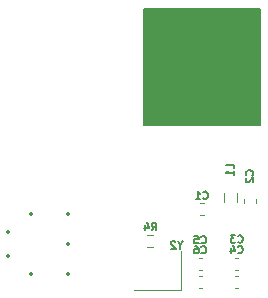
<source format=gbo>
%TF.GenerationSoftware,KiCad,Pcbnew,8.0.8*%
%TF.CreationDate,2025-03-24T11:25:52+01:00*%
%TF.ProjectId,RF_HID_dongle_test,52465f48-4944-45f6-946f-6e676c655f74,rev?*%
%TF.SameCoordinates,Original*%
%TF.FileFunction,Legend,Bot*%
%TF.FilePolarity,Positive*%
%FSLAX46Y46*%
G04 Gerber Fmt 4.6, Leading zero omitted, Abs format (unit mm)*
G04 Created by KiCad (PCBNEW 8.0.8) date 2025-03-24 11:25:52*
%MOMM*%
%LPD*%
G01*
G04 APERTURE LIST*
%ADD10C,0.150000*%
%ADD11C,0.120000*%
%ADD12C,0.350000*%
G04 APERTURE END LIST*
D10*
X142058333Y-129680997D02*
X142089285Y-129711950D01*
X142089285Y-129711950D02*
X142182143Y-129742902D01*
X142182143Y-129742902D02*
X142244047Y-129742902D01*
X142244047Y-129742902D02*
X142336904Y-129711950D01*
X142336904Y-129711950D02*
X142398809Y-129650045D01*
X142398809Y-129650045D02*
X142429762Y-129588140D01*
X142429762Y-129588140D02*
X142460714Y-129464330D01*
X142460714Y-129464330D02*
X142460714Y-129371473D01*
X142460714Y-129371473D02*
X142429762Y-129247664D01*
X142429762Y-129247664D02*
X142398809Y-129185759D01*
X142398809Y-129185759D02*
X142336904Y-129123854D01*
X142336904Y-129123854D02*
X142244047Y-129092902D01*
X142244047Y-129092902D02*
X142182143Y-129092902D01*
X142182143Y-129092902D02*
X142089285Y-129123854D01*
X142089285Y-129123854D02*
X142058333Y-129154807D01*
X141501190Y-129092902D02*
X141625000Y-129092902D01*
X141625000Y-129092902D02*
X141686904Y-129123854D01*
X141686904Y-129123854D02*
X141717857Y-129154807D01*
X141717857Y-129154807D02*
X141779762Y-129247664D01*
X141779762Y-129247664D02*
X141810714Y-129371473D01*
X141810714Y-129371473D02*
X141810714Y-129619092D01*
X141810714Y-129619092D02*
X141779762Y-129680997D01*
X141779762Y-129680997D02*
X141748809Y-129711950D01*
X141748809Y-129711950D02*
X141686904Y-129742902D01*
X141686904Y-129742902D02*
X141563095Y-129742902D01*
X141563095Y-129742902D02*
X141501190Y-129711950D01*
X141501190Y-129711950D02*
X141470238Y-129680997D01*
X141470238Y-129680997D02*
X141439285Y-129619092D01*
X141439285Y-129619092D02*
X141439285Y-129464330D01*
X141439285Y-129464330D02*
X141470238Y-129402426D01*
X141470238Y-129402426D02*
X141501190Y-129371473D01*
X141501190Y-129371473D02*
X141563095Y-129340521D01*
X141563095Y-129340521D02*
X141686904Y-129340521D01*
X141686904Y-129340521D02*
X141748809Y-129371473D01*
X141748809Y-129371473D02*
X141779762Y-129402426D01*
X141779762Y-129402426D02*
X141810714Y-129464330D01*
X142058333Y-128830997D02*
X142089285Y-128861950D01*
X142089285Y-128861950D02*
X142182143Y-128892902D01*
X142182143Y-128892902D02*
X142244047Y-128892902D01*
X142244047Y-128892902D02*
X142336904Y-128861950D01*
X142336904Y-128861950D02*
X142398809Y-128800045D01*
X142398809Y-128800045D02*
X142429762Y-128738140D01*
X142429762Y-128738140D02*
X142460714Y-128614330D01*
X142460714Y-128614330D02*
X142460714Y-128521473D01*
X142460714Y-128521473D02*
X142429762Y-128397664D01*
X142429762Y-128397664D02*
X142398809Y-128335759D01*
X142398809Y-128335759D02*
X142336904Y-128273854D01*
X142336904Y-128273854D02*
X142244047Y-128242902D01*
X142244047Y-128242902D02*
X142182143Y-128242902D01*
X142182143Y-128242902D02*
X142089285Y-128273854D01*
X142089285Y-128273854D02*
X142058333Y-128304807D01*
X141470238Y-128242902D02*
X141779762Y-128242902D01*
X141779762Y-128242902D02*
X141810714Y-128552426D01*
X141810714Y-128552426D02*
X141779762Y-128521473D01*
X141779762Y-128521473D02*
X141717857Y-128490521D01*
X141717857Y-128490521D02*
X141563095Y-128490521D01*
X141563095Y-128490521D02*
X141501190Y-128521473D01*
X141501190Y-128521473D02*
X141470238Y-128552426D01*
X141470238Y-128552426D02*
X141439285Y-128614330D01*
X141439285Y-128614330D02*
X141439285Y-128769092D01*
X141439285Y-128769092D02*
X141470238Y-128830997D01*
X141470238Y-128830997D02*
X141501190Y-128861950D01*
X141501190Y-128861950D02*
X141563095Y-128892902D01*
X141563095Y-128892902D02*
X141717857Y-128892902D01*
X141717857Y-128892902D02*
X141779762Y-128861950D01*
X141779762Y-128861950D02*
X141810714Y-128830997D01*
X145158333Y-128780997D02*
X145189285Y-128811950D01*
X145189285Y-128811950D02*
X145282143Y-128842902D01*
X145282143Y-128842902D02*
X145344047Y-128842902D01*
X145344047Y-128842902D02*
X145436904Y-128811950D01*
X145436904Y-128811950D02*
X145498809Y-128750045D01*
X145498809Y-128750045D02*
X145529762Y-128688140D01*
X145529762Y-128688140D02*
X145560714Y-128564330D01*
X145560714Y-128564330D02*
X145560714Y-128471473D01*
X145560714Y-128471473D02*
X145529762Y-128347664D01*
X145529762Y-128347664D02*
X145498809Y-128285759D01*
X145498809Y-128285759D02*
X145436904Y-128223854D01*
X145436904Y-128223854D02*
X145344047Y-128192902D01*
X145344047Y-128192902D02*
X145282143Y-128192902D01*
X145282143Y-128192902D02*
X145189285Y-128223854D01*
X145189285Y-128223854D02*
X145158333Y-128254807D01*
X144941666Y-128192902D02*
X144539285Y-128192902D01*
X144539285Y-128192902D02*
X144755952Y-128440521D01*
X144755952Y-128440521D02*
X144663095Y-128440521D01*
X144663095Y-128440521D02*
X144601190Y-128471473D01*
X144601190Y-128471473D02*
X144570238Y-128502426D01*
X144570238Y-128502426D02*
X144539285Y-128564330D01*
X144539285Y-128564330D02*
X144539285Y-128719092D01*
X144539285Y-128719092D02*
X144570238Y-128780997D01*
X144570238Y-128780997D02*
X144601190Y-128811950D01*
X144601190Y-128811950D02*
X144663095Y-128842902D01*
X144663095Y-128842902D02*
X144848809Y-128842902D01*
X144848809Y-128842902D02*
X144910714Y-128811950D01*
X144910714Y-128811950D02*
X144941666Y-128780997D01*
X137833333Y-127792902D02*
X138050000Y-127483378D01*
X138204762Y-127792902D02*
X138204762Y-127142902D01*
X138204762Y-127142902D02*
X137957143Y-127142902D01*
X137957143Y-127142902D02*
X137895238Y-127173854D01*
X137895238Y-127173854D02*
X137864285Y-127204807D01*
X137864285Y-127204807D02*
X137833333Y-127266711D01*
X137833333Y-127266711D02*
X137833333Y-127359569D01*
X137833333Y-127359569D02*
X137864285Y-127421473D01*
X137864285Y-127421473D02*
X137895238Y-127452426D01*
X137895238Y-127452426D02*
X137957143Y-127483378D01*
X137957143Y-127483378D02*
X138204762Y-127483378D01*
X137276190Y-127359569D02*
X137276190Y-127792902D01*
X137430952Y-127111950D02*
X137585714Y-127576235D01*
X137585714Y-127576235D02*
X137183333Y-127576235D01*
X140259523Y-129033378D02*
X140259523Y-129342902D01*
X140476190Y-128692902D02*
X140259523Y-129033378D01*
X140259523Y-129033378D02*
X140042856Y-128692902D01*
X139857142Y-128754807D02*
X139826190Y-128723854D01*
X139826190Y-128723854D02*
X139764285Y-128692902D01*
X139764285Y-128692902D02*
X139609523Y-128692902D01*
X139609523Y-128692902D02*
X139547618Y-128723854D01*
X139547618Y-128723854D02*
X139516666Y-128754807D01*
X139516666Y-128754807D02*
X139485713Y-128816711D01*
X139485713Y-128816711D02*
X139485713Y-128878616D01*
X139485713Y-128878616D02*
X139516666Y-128971473D01*
X139516666Y-128971473D02*
X139888094Y-129342902D01*
X139888094Y-129342902D02*
X139485713Y-129342902D01*
X146380997Y-123091666D02*
X146411950Y-123060714D01*
X146411950Y-123060714D02*
X146442902Y-122967856D01*
X146442902Y-122967856D02*
X146442902Y-122905952D01*
X146442902Y-122905952D02*
X146411950Y-122813095D01*
X146411950Y-122813095D02*
X146350045Y-122751190D01*
X146350045Y-122751190D02*
X146288140Y-122720237D01*
X146288140Y-122720237D02*
X146164330Y-122689285D01*
X146164330Y-122689285D02*
X146071473Y-122689285D01*
X146071473Y-122689285D02*
X145947664Y-122720237D01*
X145947664Y-122720237D02*
X145885759Y-122751190D01*
X145885759Y-122751190D02*
X145823854Y-122813095D01*
X145823854Y-122813095D02*
X145792902Y-122905952D01*
X145792902Y-122905952D02*
X145792902Y-122967856D01*
X145792902Y-122967856D02*
X145823854Y-123060714D01*
X145823854Y-123060714D02*
X145854807Y-123091666D01*
X145854807Y-123339285D02*
X145823854Y-123370237D01*
X145823854Y-123370237D02*
X145792902Y-123432142D01*
X145792902Y-123432142D02*
X145792902Y-123586904D01*
X145792902Y-123586904D02*
X145823854Y-123648809D01*
X145823854Y-123648809D02*
X145854807Y-123679761D01*
X145854807Y-123679761D02*
X145916711Y-123710714D01*
X145916711Y-123710714D02*
X145978616Y-123710714D01*
X145978616Y-123710714D02*
X146071473Y-123679761D01*
X146071473Y-123679761D02*
X146442902Y-123308333D01*
X146442902Y-123308333D02*
X146442902Y-123710714D01*
X142208333Y-125080997D02*
X142239285Y-125111950D01*
X142239285Y-125111950D02*
X142332143Y-125142902D01*
X142332143Y-125142902D02*
X142394047Y-125142902D01*
X142394047Y-125142902D02*
X142486904Y-125111950D01*
X142486904Y-125111950D02*
X142548809Y-125050045D01*
X142548809Y-125050045D02*
X142579762Y-124988140D01*
X142579762Y-124988140D02*
X142610714Y-124864330D01*
X142610714Y-124864330D02*
X142610714Y-124771473D01*
X142610714Y-124771473D02*
X142579762Y-124647664D01*
X142579762Y-124647664D02*
X142548809Y-124585759D01*
X142548809Y-124585759D02*
X142486904Y-124523854D01*
X142486904Y-124523854D02*
X142394047Y-124492902D01*
X142394047Y-124492902D02*
X142332143Y-124492902D01*
X142332143Y-124492902D02*
X142239285Y-124523854D01*
X142239285Y-124523854D02*
X142208333Y-124554807D01*
X141589285Y-125142902D02*
X141960714Y-125142902D01*
X141775000Y-125142902D02*
X141775000Y-124492902D01*
X141775000Y-124492902D02*
X141836904Y-124585759D01*
X141836904Y-124585759D02*
X141898809Y-124647664D01*
X141898809Y-124647664D02*
X141960714Y-124678616D01*
X144792902Y-122541666D02*
X144792902Y-122232142D01*
X144792902Y-122232142D02*
X144142902Y-122232142D01*
X144792902Y-123098809D02*
X144792902Y-122727380D01*
X144792902Y-122913094D02*
X144142902Y-122913094D01*
X144142902Y-122913094D02*
X144235759Y-122851190D01*
X144235759Y-122851190D02*
X144297664Y-122789285D01*
X144297664Y-122789285D02*
X144328616Y-122727380D01*
X145158333Y-129680997D02*
X145189285Y-129711950D01*
X145189285Y-129711950D02*
X145282143Y-129742902D01*
X145282143Y-129742902D02*
X145344047Y-129742902D01*
X145344047Y-129742902D02*
X145436904Y-129711950D01*
X145436904Y-129711950D02*
X145498809Y-129650045D01*
X145498809Y-129650045D02*
X145529762Y-129588140D01*
X145529762Y-129588140D02*
X145560714Y-129464330D01*
X145560714Y-129464330D02*
X145560714Y-129371473D01*
X145560714Y-129371473D02*
X145529762Y-129247664D01*
X145529762Y-129247664D02*
X145498809Y-129185759D01*
X145498809Y-129185759D02*
X145436904Y-129123854D01*
X145436904Y-129123854D02*
X145344047Y-129092902D01*
X145344047Y-129092902D02*
X145282143Y-129092902D01*
X145282143Y-129092902D02*
X145189285Y-129123854D01*
X145189285Y-129123854D02*
X145158333Y-129154807D01*
X144601190Y-129309569D02*
X144601190Y-129742902D01*
X144755952Y-129061950D02*
X144910714Y-129526235D01*
X144910714Y-129526235D02*
X144508333Y-129526235D01*
D11*
%TO.C,C6*%
X141859420Y-131640000D02*
X142140580Y-131640000D01*
X141859420Y-132660000D02*
X142140580Y-132660000D01*
%TO.C,C5*%
X141859420Y-130090000D02*
X142140580Y-130090000D01*
X141859420Y-131110000D02*
X142140580Y-131110000D01*
%TO.C,C3*%
X144884421Y-130090002D02*
X145165583Y-130090003D01*
X144884421Y-131110001D02*
X145165583Y-131110002D01*
%TO.C,R4*%
X137487742Y-128177500D02*
X137962258Y-128177500D01*
X137487742Y-129222500D02*
X137962258Y-129222500D01*
%TO.C,Y2*%
X136350000Y-132850000D02*
X140350000Y-132850000D01*
X140350000Y-132850000D02*
X140350000Y-129550000D01*
%TO.C,C2*%
X145640001Y-125440581D02*
X145640000Y-125159419D01*
X146660000Y-125440581D02*
X146659999Y-125159419D01*
%TO.C,C1*%
X142240581Y-125490000D02*
X141959419Y-125490000D01*
X142240581Y-126510000D02*
X141959419Y-126510000D01*
%TO.C,L1*%
X143940000Y-124600378D02*
X143940000Y-125399622D01*
X145060000Y-124600378D02*
X145060000Y-125399622D01*
%TO.C,C4*%
X144884419Y-131640000D02*
X145165581Y-131640001D01*
X144884419Y-132659999D02*
X145165581Y-132660000D01*
%TD*%
G36*
X147043039Y-108969685D02*
G01*
X147088794Y-109022489D01*
X147100000Y-109074000D01*
X147100000Y-118826000D01*
X147080315Y-118893039D01*
X147027511Y-118938794D01*
X146976000Y-118950000D01*
X137224000Y-118950000D01*
X137156961Y-118930315D01*
X137111206Y-118877511D01*
X137100000Y-118826000D01*
X137100000Y-109074000D01*
X137119685Y-109006961D01*
X137172489Y-108961206D01*
X137224000Y-108950000D01*
X146976000Y-108950000D01*
X147043039Y-108969685D01*
G37*
D12*
X130800000Y-128950000D03*
X130799997Y-131489999D03*
X130799997Y-126409999D03*
X127624996Y-131489999D03*
X127624996Y-126409999D03*
X125719995Y-129966001D03*
X125719995Y-127933998D03*
M02*

</source>
